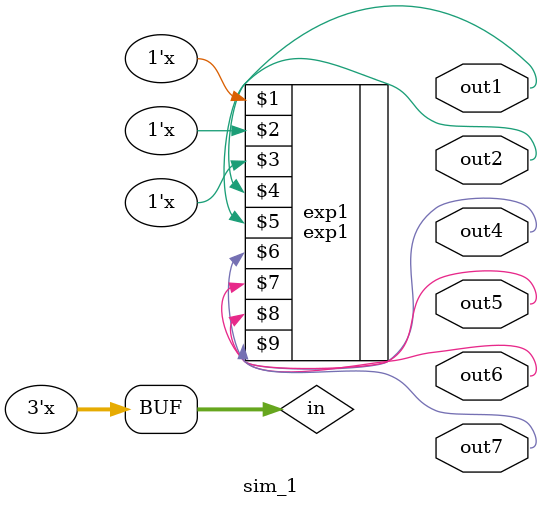
<source format=v>
`timescale 1ns / 1ps


module sim_1(
    output out1,
    output out2,
    //output out3,
    output out4,
    output out5,
    output out6,
    output out7
    );
    
    reg[2:0] in;
    initial
    begin
        in = 3'b00;
    end
    always #10
    begin
        in = in + 1;
    end
    exp1 exp1(in[2],in[1], in[0], out1, out2, out4, out5, out6, out7);
    
endmodule

</source>
